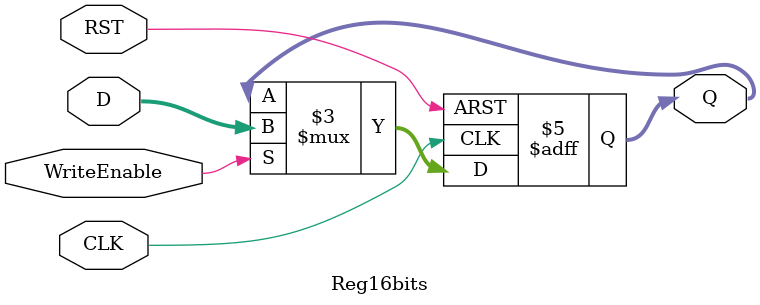
<source format=v>

module Reg16bits (
    input CLK, 
    input RST, 
    input WriteEnable,
    input [15:0] D,
    output reg [15:0] Q 
);
 
always @(posedge CLK or posedge RST) begin
    if (RST)
        Q = 16'b0;
    else if (WriteEnable)
        Q = D; 
    else 
        Q = Q;
end


endmodule
</source>
